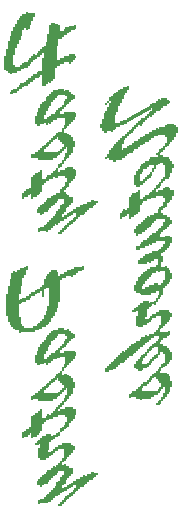
<source format=gbo>
G75*
G70*
%OFA0B0*%
%FSLAX24Y24*%
%IPPOS*%
%LPD*%
%AMOC8*
5,1,8,0,0,1.08239X$1,22.5*
%
%ADD10R,0.0060X0.0060*%
%ADD11R,0.0060X0.0120*%
%ADD12R,0.0060X0.0240*%
%ADD13R,0.0060X0.0300*%
%ADD14R,0.0060X0.0360*%
%ADD15R,0.0060X0.0180*%
%ADD16R,0.0060X0.0420*%
%ADD17R,0.0060X0.0540*%
%ADD18R,0.0060X0.0600*%
%ADD19R,0.0060X0.0480*%
%ADD20R,0.0060X0.0660*%
%ADD21R,0.0060X0.0720*%
%ADD22R,0.0060X0.0840*%
%ADD23R,0.0060X0.0780*%
%ADD24R,0.0060X0.0900*%
%ADD25R,0.0060X0.1200*%
%ADD26R,0.0060X0.1500*%
%ADD27R,0.0060X0.1440*%
%ADD28R,0.0060X0.1860*%
%ADD29R,0.0060X0.1560*%
%ADD30R,0.0060X0.1920*%
%ADD31R,0.0060X0.1620*%
%ADD32R,0.0060X0.1680*%
%ADD33R,0.0060X0.1380*%
%ADD34R,0.0060X0.0960*%
%ADD35R,0.0060X0.2040*%
%ADD36R,0.0060X0.1980*%
%ADD37R,0.0060X0.1800*%
%ADD38R,0.0060X0.1260*%
%ADD39R,0.0060X0.1080*%
D10*
X003521Y003921D03*
X004181Y004161D03*
X005561Y002901D03*
X004301Y001881D03*
X007551Y005231D03*
X006771Y008351D03*
X007431Y008591D03*
X005561Y011961D03*
X005871Y013451D03*
X005871Y015251D03*
X005931Y015311D03*
X004841Y016821D03*
X002681Y015621D03*
X004301Y010941D03*
X007551Y013571D03*
X007971Y015311D03*
D11*
X007371Y015161D03*
X007311Y015101D03*
X007191Y015041D03*
X007071Y014981D03*
X006891Y014861D03*
X006771Y014801D03*
X006651Y014741D03*
X005991Y015401D03*
X006591Y015761D03*
X005691Y014501D03*
X004841Y014871D03*
X004781Y015471D03*
X004241Y014211D03*
X004181Y014151D03*
X004121Y014091D03*
X004061Y014031D03*
X004001Y013971D03*
X003941Y013911D03*
X004301Y013611D03*
X004361Y013671D03*
X004421Y013731D03*
X004421Y013311D03*
X003401Y013491D03*
X002741Y015651D03*
X004841Y017811D03*
X007791Y013781D03*
X007731Y013721D03*
X007671Y013661D03*
X008091Y013181D03*
X007671Y012581D03*
X007611Y012521D03*
X007551Y012461D03*
X008031Y011321D03*
X007611Y008801D03*
X007491Y008621D03*
X007371Y008561D03*
X006831Y008381D03*
X007431Y007181D03*
X007371Y007121D03*
X007311Y007061D03*
X007251Y007001D03*
X007671Y006401D03*
X007491Y006221D03*
X007431Y006161D03*
X007371Y006101D03*
X007311Y006041D03*
X007251Y005981D03*
X007191Y005921D03*
X007551Y005621D03*
X007611Y005681D03*
X007671Y005741D03*
X007671Y005321D03*
X007611Y005261D03*
X006651Y005501D03*
X007971Y007601D03*
X008031Y008201D03*
X005081Y009771D03*
X004361Y010971D03*
X004421Y011031D03*
X004481Y011091D03*
X004541Y011151D03*
X004601Y011211D03*
X004661Y011271D03*
X004661Y011571D03*
X005501Y011931D03*
X003641Y011031D03*
X003221Y009771D03*
X003101Y008691D03*
X002981Y008631D03*
X004781Y007491D03*
X004841Y006891D03*
X004421Y006411D03*
X004241Y006171D03*
X004181Y006111D03*
X004121Y006051D03*
X004061Y005991D03*
X004001Y005931D03*
X003941Y005871D03*
X004301Y005571D03*
X004361Y005631D03*
X004421Y005691D03*
X004421Y005271D03*
X004361Y005211D03*
X004301Y005151D03*
X004361Y004371D03*
X004301Y004251D03*
X004241Y004191D03*
X004121Y004131D03*
X003581Y003951D03*
X003401Y005451D03*
X004781Y003771D03*
X005501Y002871D03*
X004661Y002511D03*
X004661Y002211D03*
X004601Y002151D03*
X004541Y002091D03*
X004481Y002031D03*
X004421Y001971D03*
X004361Y001911D03*
X003641Y001971D03*
D12*
X003101Y004191D03*
X003161Y004251D03*
X003281Y004311D03*
X003341Y004371D03*
X003761Y004671D03*
X003941Y004791D03*
X004061Y004851D03*
X004121Y004911D03*
X004361Y004971D03*
X004421Y004971D03*
X004481Y004971D03*
X004841Y004971D03*
X004541Y004551D03*
X004421Y003831D03*
X003941Y003531D03*
X004421Y003111D03*
X004721Y002991D03*
X005321Y002811D03*
X005441Y002871D03*
X003821Y002031D03*
X003641Y002631D03*
X004541Y005451D03*
X004181Y005511D03*
X004121Y005511D03*
X003581Y005511D03*
X003521Y005511D03*
X003881Y006651D03*
X003941Y006711D03*
X004121Y006831D03*
X004481Y006891D03*
X004481Y007251D03*
X004541Y007311D03*
X004721Y007491D03*
X004541Y007611D03*
X004421Y007671D03*
X004361Y007671D03*
X004301Y007671D03*
X004241Y007611D03*
X003641Y007851D03*
X003581Y007791D03*
X003461Y007731D03*
X003101Y007731D03*
X004361Y009471D03*
X004481Y009531D03*
X004601Y009591D03*
X004661Y009591D03*
X004781Y009651D03*
X004901Y009711D03*
X003821Y011091D03*
X003641Y011691D03*
X003281Y012291D03*
X003341Y012351D03*
X003161Y012231D03*
X003101Y012171D03*
X003761Y012651D03*
X003941Y012771D03*
X004061Y012831D03*
X004121Y012891D03*
X004361Y012951D03*
X004421Y012951D03*
X004481Y012951D03*
X004841Y012951D03*
X004541Y012531D03*
X004301Y012171D03*
X004721Y012051D03*
X005321Y011871D03*
X005441Y011931D03*
X006351Y011501D03*
X006411Y011561D03*
X006531Y011621D03*
X006591Y011681D03*
X007011Y011981D03*
X007191Y012101D03*
X007311Y012161D03*
X007371Y012221D03*
X007611Y012281D03*
X007671Y012281D03*
X007731Y012281D03*
X008091Y012281D03*
X007791Y011861D03*
X007731Y011501D03*
X007551Y011501D03*
X007731Y011081D03*
X007671Y011021D03*
X008031Y010721D03*
X007731Y010361D03*
X007731Y010061D03*
X007551Y009761D03*
X007491Y009701D03*
X007431Y009701D03*
X007071Y010001D03*
X007011Y010001D03*
X007071Y010541D03*
X007191Y010601D03*
X008031Y009521D03*
X007611Y009101D03*
X007131Y008981D03*
X007071Y008981D03*
X006831Y009101D03*
X007191Y007961D03*
X007551Y007601D03*
X007791Y007541D03*
X007851Y007541D03*
X007551Y007241D03*
X007311Y007481D03*
X007251Y007421D03*
X007071Y006761D03*
X007071Y006461D03*
X006831Y005561D03*
X006771Y005561D03*
X007371Y005561D03*
X007431Y005561D03*
X007791Y005501D03*
X008031Y005921D03*
X007671Y008261D03*
X005991Y006461D03*
X005931Y006401D03*
X004781Y005871D03*
X007131Y013181D03*
X007251Y013241D03*
X007311Y013301D03*
X007371Y014201D03*
X007491Y014261D03*
X007611Y014321D03*
X007371Y014921D03*
X007071Y014681D03*
X007011Y014621D03*
X006171Y014501D03*
X006531Y015701D03*
X008211Y014381D03*
X004781Y013911D03*
X004541Y013491D03*
X004181Y013551D03*
X004121Y013551D03*
X003581Y013551D03*
X003521Y013551D03*
X003881Y014631D03*
X003941Y014691D03*
X004121Y014811D03*
X004481Y014871D03*
X004481Y015231D03*
X004541Y015291D03*
X004721Y015471D03*
X004541Y015591D03*
X004421Y015651D03*
X004361Y015651D03*
X004301Y015651D03*
X004241Y015591D03*
X003641Y016251D03*
X003581Y016191D03*
X003461Y016131D03*
X003401Y016071D03*
X003281Y016011D03*
X003221Y015951D03*
X003041Y015831D03*
X002861Y016371D03*
X003101Y016491D03*
X003161Y016551D03*
X003221Y016551D03*
X003281Y016611D03*
X003341Y016671D03*
X003401Y016731D03*
X003461Y016791D03*
X003641Y016911D03*
X003701Y016971D03*
X003761Y017031D03*
X004241Y016611D03*
X004301Y016611D03*
X004361Y016671D03*
X004421Y016671D03*
X004481Y016731D03*
X004541Y016731D03*
X004601Y016731D03*
X004781Y016791D03*
X004421Y017571D03*
X004481Y017631D03*
X004601Y017691D03*
X004661Y017751D03*
D13*
X004541Y017661D03*
X004361Y017541D03*
X004721Y016761D03*
X004181Y015561D03*
X004241Y014901D03*
X004181Y014841D03*
X004061Y014781D03*
X004001Y014721D03*
X003521Y014721D03*
X004301Y014181D03*
X004061Y013521D03*
X004001Y013521D03*
X003941Y013521D03*
X003881Y013521D03*
X003821Y013521D03*
X004181Y012921D03*
X004241Y012141D03*
X004181Y012081D03*
X004661Y012021D03*
X005201Y011781D03*
X005261Y011841D03*
X005381Y011901D03*
X006471Y011591D03*
X007131Y010571D03*
X007251Y010631D03*
X007311Y010691D03*
X007491Y010211D03*
X007551Y010211D03*
X007371Y010151D03*
X007251Y010091D03*
X007131Y010031D03*
X007371Y009671D03*
X007311Y009611D03*
X007551Y009131D03*
X007431Y009071D03*
X007371Y009071D03*
X007251Y009011D03*
X007191Y009011D03*
X007251Y008531D03*
X007971Y008171D03*
X007611Y007631D03*
X007731Y007511D03*
X007731Y007091D03*
X007671Y007091D03*
X007791Y007031D03*
X008031Y006851D03*
X007551Y006191D03*
X007311Y005531D03*
X007251Y005531D03*
X007191Y005531D03*
X007131Y005531D03*
X007071Y005531D03*
X006891Y006551D03*
X006951Y007211D03*
X007011Y007271D03*
X007131Y007331D03*
X007191Y007391D03*
X006111Y006551D03*
X006051Y006491D03*
X004781Y006861D03*
X004241Y006921D03*
X004181Y006861D03*
X004061Y006801D03*
X004001Y006741D03*
X003521Y006741D03*
X004181Y007581D03*
X003761Y007941D03*
X003701Y007881D03*
X003041Y007761D03*
X004301Y006141D03*
X004061Y005481D03*
X004001Y005481D03*
X003941Y005481D03*
X003881Y005481D03*
X003821Y005481D03*
X004181Y004941D03*
X004001Y004101D03*
X004721Y003741D03*
X004301Y003141D03*
X004241Y003081D03*
X004181Y003021D03*
X004661Y002961D03*
X005201Y002721D03*
X005261Y002781D03*
X005381Y002841D03*
X003941Y002121D03*
X003881Y002061D03*
X003221Y004281D03*
X003161Y009681D03*
X003881Y011121D03*
X003941Y011181D03*
X003221Y012261D03*
X004781Y014841D03*
X006411Y014051D03*
X006651Y013751D03*
X006711Y013751D03*
X006771Y013811D03*
X006831Y013871D03*
X006891Y013871D03*
X006951Y013931D03*
X007011Y013991D03*
X007071Y013991D03*
X007131Y014051D03*
X007191Y014111D03*
X007251Y014111D03*
X007311Y014171D03*
X007431Y014231D03*
X007551Y014291D03*
X007671Y014351D03*
X007731Y014351D03*
X007791Y014351D03*
X007791Y015311D03*
X007851Y015311D03*
X006591Y013691D03*
X006531Y013631D03*
X006411Y013571D03*
X007011Y013031D03*
X007071Y013091D03*
X007191Y013211D03*
X007371Y013331D03*
X007431Y013331D03*
X007551Y013331D03*
X007671Y013391D03*
X007731Y013391D03*
X007791Y013331D03*
X007431Y012251D03*
X007491Y011471D03*
X007431Y011411D03*
X007791Y011171D03*
X007971Y011351D03*
X007791Y010451D03*
X007791Y009251D03*
X004841Y009681D03*
X004721Y009621D03*
X006471Y015671D03*
X003401Y018141D03*
X002801Y016401D03*
D14*
X004061Y015471D03*
X004121Y015531D03*
X004661Y015471D03*
X004301Y014931D03*
X004721Y014811D03*
X004361Y014151D03*
X003641Y013551D03*
X004241Y012951D03*
X004541Y012951D03*
X004781Y012891D03*
X004361Y012231D03*
X004121Y012051D03*
X004061Y011991D03*
X004001Y011931D03*
X003821Y011811D03*
X003761Y011751D03*
X003701Y011691D03*
X004061Y011271D03*
X004001Y011211D03*
X004121Y011331D03*
X004181Y011391D03*
X004421Y011751D03*
X004961Y011631D03*
X005021Y011691D03*
X005081Y011691D03*
X005141Y011751D03*
X005991Y013541D03*
X006471Y013601D03*
X006831Y012701D03*
X007491Y012281D03*
X007791Y012281D03*
X008031Y012221D03*
X007611Y011561D03*
X007371Y011381D03*
X007311Y011321D03*
X007071Y011141D03*
X007011Y011081D03*
X006951Y011081D03*
X006891Y011021D03*
X007371Y010721D03*
X007431Y010781D03*
X007491Y010781D03*
X007551Y010841D03*
X007971Y010661D03*
X007911Y011321D03*
X007431Y010181D03*
X007311Y010121D03*
X007191Y010061D03*
X007251Y009581D03*
X007191Y009521D03*
X007311Y009041D03*
X007491Y009101D03*
X006891Y008021D03*
X007071Y007301D03*
X006891Y007181D03*
X006831Y007121D03*
X006771Y007061D03*
X006651Y007001D03*
X006591Y006941D03*
X006531Y006881D03*
X006471Y006821D03*
X006351Y006761D03*
X006291Y006701D03*
X006231Y006641D03*
X006171Y006581D03*
X006891Y005561D03*
X007671Y006101D03*
X007671Y007481D03*
X004781Y004911D03*
X004541Y004971D03*
X004241Y004971D03*
X003641Y005511D03*
X004421Y006051D03*
X004721Y006831D03*
X004301Y006951D03*
X004061Y007491D03*
X004121Y007551D03*
X004661Y007491D03*
X003821Y009231D03*
X003101Y009591D03*
X007491Y015101D03*
X007551Y015161D03*
X007671Y015221D03*
X007731Y015281D03*
X006411Y015581D03*
X004661Y016731D03*
X003641Y003591D03*
X004121Y002991D03*
X004061Y002931D03*
X004001Y002871D03*
X003821Y002751D03*
X003761Y002691D03*
X003701Y002631D03*
X004061Y002211D03*
X004001Y002151D03*
X004121Y002271D03*
X004181Y002331D03*
X004421Y002691D03*
X004361Y003171D03*
X004961Y002571D03*
X005021Y002631D03*
X005081Y002631D03*
X005141Y002691D03*
D15*
X004841Y002601D03*
X004781Y002601D03*
X004721Y002541D03*
X004601Y002481D03*
X004541Y002421D03*
X004481Y002421D03*
X004421Y002361D03*
X004721Y002241D03*
X004781Y002301D03*
X004841Y002361D03*
X004421Y003381D03*
X004241Y003741D03*
X004181Y003741D03*
X004121Y003681D03*
X004061Y003621D03*
X004001Y003561D03*
X004301Y003801D03*
X004361Y003801D03*
X004061Y004101D03*
X003641Y003981D03*
X003821Y004701D03*
X003881Y004761D03*
X004001Y004821D03*
X004301Y004941D03*
X004481Y005361D03*
X004241Y005541D03*
X003881Y005841D03*
X003821Y005781D03*
X003461Y005481D03*
X003821Y006681D03*
X004361Y006861D03*
X004421Y006861D03*
X004361Y007101D03*
X004421Y007161D03*
X004481Y007641D03*
X003521Y007761D03*
X003401Y007701D03*
X003341Y007701D03*
X003281Y007701D03*
X003221Y007701D03*
X003161Y007701D03*
X003041Y008661D03*
X003161Y008721D03*
X003221Y008781D03*
X003281Y008781D03*
X003341Y008841D03*
X003401Y008901D03*
X003461Y008901D03*
X003521Y008961D03*
X003581Y009021D03*
X003641Y009021D03*
X003701Y009081D03*
X004421Y009501D03*
X004541Y009561D03*
X004961Y009741D03*
X005021Y009741D03*
X003761Y011061D03*
X003701Y011061D03*
X003581Y011661D03*
X003821Y012681D03*
X003881Y012741D03*
X004001Y012801D03*
X004301Y012921D03*
X004301Y013161D03*
X004361Y013221D03*
X004481Y013401D03*
X004241Y013581D03*
X003881Y013881D03*
X003821Y013821D03*
X003461Y013521D03*
X003821Y014661D03*
X004361Y014841D03*
X004421Y014841D03*
X004481Y014481D03*
X004361Y015081D03*
X004421Y015141D03*
X004481Y015621D03*
X003701Y016281D03*
X003521Y016161D03*
X003341Y016041D03*
X003161Y015921D03*
X003101Y015861D03*
X002981Y015801D03*
X002921Y015741D03*
X002861Y015681D03*
X002801Y015681D03*
X002921Y016401D03*
X002981Y016401D03*
X003041Y016461D03*
X003521Y016821D03*
X003581Y016881D03*
X003461Y018201D03*
X004721Y017781D03*
X004781Y017781D03*
X007011Y014951D03*
X006951Y014891D03*
X006831Y014831D03*
X006711Y014771D03*
X006591Y014711D03*
X006531Y014651D03*
X006471Y014651D03*
X006411Y014591D03*
X006351Y014591D03*
X006291Y014531D03*
X006231Y014531D03*
X006531Y014171D03*
X006471Y014111D03*
X006591Y014231D03*
X006651Y014291D03*
X006711Y014351D03*
X006771Y014411D03*
X006831Y014471D03*
X006891Y014531D03*
X006951Y014591D03*
X007131Y014711D03*
X007191Y014771D03*
X007251Y014831D03*
X007311Y014891D03*
X007251Y015071D03*
X007131Y015011D03*
X007911Y015311D03*
X007851Y013871D03*
X007431Y013031D03*
X007371Y012911D03*
X007311Y012851D03*
X007251Y012791D03*
X007191Y012731D03*
X007131Y012671D03*
X007071Y012611D03*
X007011Y012611D03*
X007251Y012131D03*
X007131Y012071D03*
X007071Y012011D03*
X007551Y012251D03*
X007731Y012671D03*
X007791Y012731D03*
X007731Y011771D03*
X007791Y011471D03*
X007791Y010751D03*
X007731Y010751D03*
X007671Y010751D03*
X007011Y010511D03*
X006951Y010451D03*
X006891Y010451D03*
X006831Y010991D03*
X006951Y009971D03*
X007731Y009731D03*
X007791Y009731D03*
X007551Y008711D03*
X007311Y008531D03*
X007431Y008171D03*
X007491Y008171D03*
X007551Y008231D03*
X007611Y008231D03*
X007371Y008111D03*
X007311Y008051D03*
X007251Y007991D03*
X007491Y007571D03*
X007431Y007511D03*
X007371Y007511D03*
X007491Y007211D03*
X007551Y006851D03*
X007491Y006791D03*
X007431Y006731D03*
X007371Y006671D03*
X007311Y006611D03*
X007251Y006551D03*
X007191Y006491D03*
X007131Y006491D03*
X006831Y006491D03*
X007131Y006851D03*
X007191Y006911D03*
X007731Y006491D03*
X007791Y006551D03*
X007131Y005891D03*
X007071Y005831D03*
X006711Y005531D03*
X007491Y005591D03*
X007731Y005411D03*
X005871Y006371D03*
X004481Y006501D03*
X004481Y004461D03*
X004421Y004401D03*
X003581Y002601D03*
X003701Y002001D03*
X003761Y002001D03*
X007911Y007571D03*
X007671Y007811D03*
X006891Y008411D03*
X004721Y011301D03*
X004781Y011361D03*
X004841Y011421D03*
X004721Y011601D03*
X004781Y011661D03*
X004841Y011661D03*
X004601Y011541D03*
X004541Y011481D03*
X004481Y011481D03*
X004421Y011421D03*
X004481Y012441D03*
X005931Y013511D03*
D16*
X006051Y013571D03*
X005751Y014531D03*
X004661Y014781D03*
X004001Y015381D03*
X003941Y015321D03*
X003701Y013581D03*
X004421Y012261D03*
X004601Y012021D03*
X004901Y011601D03*
X003941Y011901D03*
X003881Y011841D03*
X003881Y009321D03*
X003761Y009021D03*
X003821Y008001D03*
X004001Y007401D03*
X003941Y007341D03*
X004661Y006801D03*
X004361Y006141D03*
X003701Y005541D03*
X004661Y003741D03*
X004601Y002961D03*
X004901Y002541D03*
X003941Y002841D03*
X003881Y002781D03*
X006951Y005591D03*
X007611Y006191D03*
X007971Y006851D03*
X006951Y006551D03*
X006711Y007031D03*
X006411Y006791D03*
X007911Y008171D03*
X007671Y009011D03*
X007731Y009071D03*
X007971Y009491D03*
X007131Y009431D03*
X007071Y009371D03*
X006891Y009131D03*
X007911Y010631D03*
X007611Y010871D03*
X007191Y011231D03*
X007131Y011171D03*
X007251Y011291D03*
X007671Y011591D03*
X008031Y013151D03*
X007611Y013451D03*
X007491Y013271D03*
X007851Y014351D03*
X008151Y014351D03*
X007611Y015191D03*
X007431Y015071D03*
X003341Y018081D03*
D17*
X003281Y018021D03*
X003101Y017961D03*
X004541Y014721D03*
X004421Y014181D03*
X004481Y014001D03*
X004721Y013881D03*
X004661Y012861D03*
X004361Y011601D03*
X006111Y013571D03*
X006891Y012731D03*
X007911Y012191D03*
X008091Y014291D03*
X006291Y015431D03*
X007911Y009491D03*
X007191Y008411D03*
X007791Y008111D03*
X007611Y007151D03*
X007911Y006851D03*
X007731Y006011D03*
X007971Y005891D03*
X006951Y009191D03*
X004541Y006741D03*
X004481Y005961D03*
X004721Y005841D03*
X004661Y004881D03*
X003941Y003981D03*
X004541Y003681D03*
X004361Y002541D03*
X002981Y007881D03*
D18*
X003641Y006831D03*
X003941Y008211D03*
X003041Y009471D03*
X006171Y013601D03*
X006231Y013661D03*
X006951Y012761D03*
X007971Y013121D03*
X008031Y014261D03*
X007011Y009221D03*
X007731Y008081D03*
X004481Y003651D03*
X003641Y014811D03*
X003221Y017991D03*
D19*
X003161Y017991D03*
X004301Y017631D03*
X002501Y016611D03*
X003881Y015231D03*
X003821Y015111D03*
X003581Y014751D03*
X003761Y013611D03*
X004541Y014031D03*
X004601Y014751D03*
X004601Y015471D03*
X006351Y015521D03*
X004721Y012891D03*
X004541Y011991D03*
X004301Y011511D03*
X004241Y011451D03*
X003941Y009351D03*
X003881Y008091D03*
X003881Y007251D03*
X003821Y007131D03*
X003581Y006771D03*
X003761Y005571D03*
X004541Y005991D03*
X004601Y006771D03*
X004601Y007491D03*
X004721Y004911D03*
X004601Y003711D03*
X004541Y002931D03*
X004301Y002451D03*
X004241Y002391D03*
X007011Y005621D03*
X007791Y006041D03*
X007011Y006581D03*
X007851Y008141D03*
X007851Y010601D03*
X007851Y011321D03*
X007971Y012221D03*
D20*
X007851Y012131D03*
X007971Y014231D03*
X006291Y013691D03*
X005811Y014591D03*
X006231Y015311D03*
X004661Y013881D03*
X004601Y012801D03*
X004481Y011961D03*
X003701Y014901D03*
X003041Y017841D03*
X007851Y009491D03*
X007851Y006851D03*
X007911Y005891D03*
X004661Y005841D03*
X004601Y004821D03*
X004481Y002901D03*
X003701Y006921D03*
D21*
X003761Y006951D03*
X007611Y010001D03*
X007911Y013121D03*
X007911Y014201D03*
X003761Y014931D03*
X002981Y017751D03*
D22*
X002921Y017631D03*
X002861Y017511D03*
X004601Y013851D03*
X003521Y012531D03*
X005931Y014741D03*
X006771Y011861D03*
X007131Y008261D03*
X007071Y008201D03*
X007011Y008201D03*
X007851Y005861D03*
X004601Y005811D03*
X003521Y004551D03*
X003881Y003831D03*
X003821Y003771D03*
X003761Y003771D03*
X002981Y009291D03*
D23*
X002561Y008541D03*
X003701Y004701D03*
X003641Y004641D03*
X003581Y004581D03*
X003461Y004521D03*
X003401Y004461D03*
X003701Y003741D03*
X006951Y008171D03*
X007671Y010031D03*
X006651Y011771D03*
X006711Y011831D03*
X006831Y011891D03*
X006891Y011951D03*
X006951Y012011D03*
X007851Y013091D03*
X006351Y013751D03*
X005871Y014651D03*
X006171Y015251D03*
X004241Y017541D03*
X002561Y016701D03*
X003701Y012681D03*
X003641Y012621D03*
X003581Y012561D03*
X003461Y012501D03*
X003401Y012441D03*
D24*
X004301Y009081D03*
D25*
X004241Y009051D03*
X002621Y008571D03*
X006051Y014921D03*
X006111Y014981D03*
D26*
X004181Y017181D03*
D27*
X003881Y016611D03*
X002741Y016971D03*
X004181Y008991D03*
D28*
X004121Y017001D03*
D29*
X004121Y008931D03*
X002681Y008631D03*
D30*
X002801Y008691D03*
X004001Y016911D03*
X004061Y016971D03*
D31*
X003941Y016761D03*
X004061Y008901D03*
D32*
X004001Y008811D03*
D33*
X003821Y016521D03*
D34*
X003761Y016311D03*
X002801Y017331D03*
X005991Y014801D03*
D35*
X002921Y008691D03*
D36*
X002861Y008661D03*
D37*
X002741Y008691D03*
D38*
X002681Y016881D03*
D39*
X002621Y016791D03*
M02*

</source>
